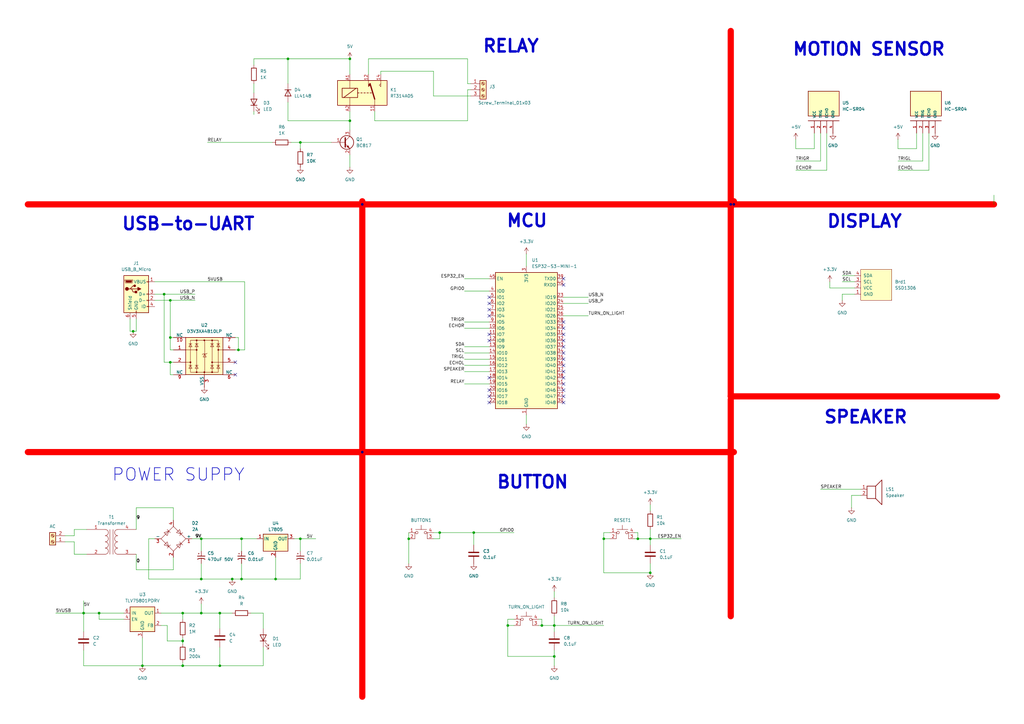
<source format=kicad_sch>
(kicad_sch (version 20231120) (generator "eeschema") (generator_version "8.0")
  (paper "A3")
  (title_block (title "SmartLight via Motion Sensor") (date "12/10/2024") (company "HÀ PHÚC ĐẠT"))
  (lib_symbols
    (symbol "Connector:Screw_Terminal_01x02" (pin_names (offset 1.016) hide)
      (property "Reference" "J" (at 0 2.54 0))
      (property "Value" "Screw_Terminal_01x02" (at 0 -5.08 0))
      (symbol "Screw_Terminal_01x02_1_1"
        (pin passive line (at -5.08 0 0) (length 3.81) (name "Pin_1") (number "1"))
        (pin passive line (at -5.08 -2.54 0) (length 3.81) (name "Pin_2") (number "2"))
      )
    )
    (symbol "Connector:Screw_Terminal_01x03" (pin_names (offset 1.016) hide)
      (property "Reference" "J" (at 0 5.08 0))
      (property "Value" "Screw_Terminal_01x03" (at 0 -5.08 0))
      (symbol "Screw_Terminal_01x03_1_1"
        (pin passive line (at -5.08 2.54 0) (length 3.81) (name "Pin_1") (number "1"))
        (pin passive line (at -5.08 0 0) (length 3.81) (name "Pin_2") (number "2"))
        (pin passive line (at -5.08 -2.54 0) (length 3.81) (name "Pin_3") (number "3"))
      )
    )
    (symbol "Connector:USB_B_Micro" (pin_names (offset 1.016))
      (property "Reference" "J" (at -5.08 11.43 0))
      (property "Value" "USB_B_Micro" (at -5.08 8.89 0))
      (symbol "USB_B_Micro_1_1"
        (pin power_out line (at 7.62 5.08 180) (length 2.54) (name "VBUS") (number "1"))
        (pin bidirectional line (at 7.62 -2.54 180) (length 2.54) (name "D-") (number "2"))
        (pin bidirectional line (at 7.62 0 180) (length 2.54) (name "D+") (number "3"))
        (pin passive line (at 7.62 -5.08 180) (length 2.54) (name "ID") (number "4"))
        (pin power_out line (at 0 -10.16 90) (length 2.54) (name "GND") (number "5"))
        (pin passive line (at -2.54 -10.16 90) (length 2.54) (name "Shield") (number "6"))
      )
    )
    (symbol "Device:C" (pin_numbers hide) (pin_names (offset 0.254))
      (property "Reference" "C" (at 0.635 2.54 0))
      (property "Value" "C" (at 0.635 -2.54 0))
      (symbol "C_1_1"
        (pin passive line (at 0 3.81 270) (length 2.794) (name "~") (number "1"))
        (pin passive line (at 0 -3.81 90) (length 2.794) (name "~") (number "2"))
      )
    )
    (symbol "Device:C_Polarized_Small_US" (pin_numbers hide) (pin_names (offset 0.254) hide)
      (property "Reference" "C" (at 0.254 1.778 0))
      (property "Value" "C_Polarized_Small_US" (at 0.254 -2.032 0))
      (symbol "C_Polarized_Small_US_1_1"
        (pin passive line (at 0 2.54 270) (length 2.032) (name "~") (number "1"))
        (pin passive line (at 0 -2.54 90) (length 2.032) (name "~") (number "2"))
      )
    )
    (symbol "Device:LED" (pin_numbers hide) (pin_names (offset 1.016) hide)
      (property "Reference" "D" (at 0 2.54 0))
      (property "Value" "LED" (at 0 -2.54 0))
      (symbol "LED_1_1"
        (pin passive line (at -3.81 0 0) (length 2.54) (name "K") (number "1"))
        (pin passive line (at 3.81 0 180) (length 2.54) (name "A") (number "2"))
      )
    )
    (symbol "Device:R" (pin_numbers hide) (pin_names (offset 0))
      (property "Reference" "R" (at 2.032 0 90))
      (property "Value" "R" (at 0 0 90))
      (symbol "R_1_1"
        (pin passive line (at 0 3.81 270) (length 1.27) (name "~") (number "1"))
        (pin passive line (at 0 -3.81 90) (length 1.27) (name "~") (number "2"))
      )
    )
    (symbol "Device:Speaker" (pin_names (offset 0) hide)
      (property "Reference" "LS" (at 1.27 5.715 0))
      (property "Value" "Speaker" (at 1.27 3.81 0))
      (symbol "Speaker_1_1"
        (pin input line (at -5.08 0 0) (length 2.54) (name "1") (number "1"))
        (pin input line (at -5.08 -2.54 0) (length 2.54) (name "2") (number "2"))
      )
    )
    (symbol "Device:Transformer_1P_1S" (pin_names (offset 1.016) hide)
      (property "Reference" "T" (at 0 6.35 0))
      (property "Value" "Transformer_1P_1S" (at 0 -7.62 0))
      (symbol "Transformer_1P_1S_1_1"
        (pin passive line (at -10.16 5.08 0) (length 7.62) (name "AA") (number "1"))
        (pin passive line (at -10.16 -5.08 0) (length 7.62) (name "AB") (number "2"))
        (pin passive line (at 10.16 -5.08 180) (length 7.62) (name "SA") (number "3"))
        (pin passive line (at 10.16 5.08 180) (length 7.62) (name "SB") (number "4"))
      )
    )
    (symbol "Diode:LL4148" (pin_numbers hide) (pin_names hide)
      (property "Reference" "D" (at 0 2.54 0))
      (property "Value" "LL4148" (at 0 -2.54 0))
      (symbol "LL4148_1_1"
        (pin passive line (at -3.81 0 0) (length 2.54) (name "K") (number "1"))
        (pin passive line (at 3.81 0 180) (length 2.54) (name "A") (number "2"))
      )
    )
    (symbol "Diode_Bridge:W01G" (pin_names (offset 0))
      (property "Reference" "D" (at 2.54 6.985 0))
      (property "Value" "W01G" (at 2.54 5.08 0))
      (symbol "W01G_1_1"
        (pin passive line (at 7.62 0 180) (length 2.54) (name "+") (number "1"))
        (pin passive line (at 0 -7.62 90) (length 2.54) (name "~") (number "2"))
        (pin passive line (at -7.62 0 0) (length 2.54) (name "-") (number "3"))
        (pin passive line (at 0 7.62 270) (length 2.54) (name "~") (number "4"))
      )
    )
    (symbol "HC-SR04:HC-SR04" (pin_names (offset 1.016))
      (property "Reference" "U" (at 0 5.08 0))
      (property "Value" "HC-SR04" (at 0 -10.16 0))
      (symbol "HC-SR04_0_0"
        (pin power_in line (at -5.08 2.54 0) (length 5.08) (name "VCC") (number "1"))
        (pin bidirectional line (at -5.08 0 0) (length 5.08) (name "TRIG") (number "2"))
        (pin bidirectional line (at -5.08 -2.54 0) (length 5.08) (name "ECHO") (number "3"))
        (pin power_in line (at -5.08 -5.08 0) (length 5.08) (name "GND") (number "4"))
      )
    )
    (symbol "Power_Protection:D3V3XA4B10LP" (pin_names (offset 0))
      (property "Reference" "U" (at -0.635 8.89 0))
      (property "Value" "D3V3XA4B10LP" (at 8.89 -10.16 0))
      (symbol "D3V3XA4B10LP_1_1"
        (pin passive line (at -12.7 2.54 0) (length 5.08) (name "~") (number "1"))
        (pin free line (at -12.7 7.62 0) (length 5.08) (name "NC") (number "10"))
        (pin passive line (at -12.7 -2.54 0) (length 5.08) (name "~") (number "2"))
        (pin power_in line (at 0 -12.7 90) (length 5.08) (name "VSS") (number "3"))
        (pin passive line (at 12.7 2.54 180) (length 5.08) (name "~") (number "4"))
        (pin passive line (at 12.7 -2.54 180) (length 5.08) (name "~") (number "5"))
        (pin free line (at 12.7 -7.62 180) (length 5.08) (name "NC") (number "6"))
        (pin free line (at 12.7 7.62 180) (length 5.08) (name "NC") (number "7"))
        (pin passive line (at 0 -12.7 90) (length 5.08) hide (name "VSS") (number "8"))
        (pin free line (at -12.7 -7.62 0) (length 5.08) (name "NC") (number "9"))
      )
    )
    (symbol "RF_Module:ESP32-S3-MINI-1"
      (property "Reference" "U" (at -11.43 29.21 0))
      (property "Value" "ESP32-S3-MINI-1" (at 12.7 29.21 0))
      (symbol "ESP32-S3-MINI-1_1_1"
        (pin power_in line (at 0 -30.48 90) (length 2.54) (name "GND") (number "1"))
        (pin bidirectional line (at -15.24 5.08 0) (length 2.54) (name "IO6") (number "10"))
        (pin bidirectional line (at -15.24 2.54 0) (length 2.54) (name "IO7") (number "11"))
        (pin bidirectional line (at -15.24 0 0) (length 2.54) (name "IO8") (number "12"))
        (pin bidirectional line (at -15.24 -2.54 0) (length 2.54) (name "IO9") (number "13"))
        (pin bidirectional line (at -15.24 -5.08 0) (length 2.54) (name "IO10") (number "14"))
        (pin bidirectional line (at -15.24 -7.62 0) (length 2.54) (name "IO11") (number "15"))
        (pin bidirectional line (at -15.24 -10.16 0) (length 2.54) (name "IO12") (number "16"))
        (pin bidirectional line (at -15.24 -12.7 0) (length 2.54) (name "IO13") (number "17"))
        (pin bidirectional line (at -15.24 -15.24 0) (length 2.54) (name "IO14") (number "18"))
        (pin bidirectional line (at -15.24 -17.78 0) (length 2.54) (name "IO15") (number "19"))
        (pin passive line (at 0 -30.48 90) (length 2.54) hide (name "GND") (number "2"))
        (pin bidirectional line (at -15.24 -20.32 0) (length 2.54) (name "IO16") (number "20"))
        (pin bidirectional line (at -15.24 -22.86 0) (length 2.54) (name "IO17") (number "21"))
        (pin bidirectional line (at -15.24 -25.4 0) (length 2.54) (name "IO18") (number "22"))
        (pin bidirectional line (at 15.24 17.78 180) (length 2.54) (name "IO19") (number "23"))
        (pin bidirectional line (at 15.24 15.24 180) (length 2.54) (name "IO20") (number "24"))
        (pin bidirectional line (at 15.24 12.7 180) (length 2.54) (name "IO21") (number "25"))
        (pin bidirectional line (at 15.24 10.16 180) (length 2.54) (name "IO26") (number "26"))
        (pin bidirectional line (at 15.24 -22.86 180) (length 2.54) (name "IO47") (number "27"))
        (pin bidirectional line (at 15.24 7.62 180) (length 2.54) (name "IO33") (number "28"))
        (pin bidirectional line (at 15.24 5.08 180) (length 2.54) (name "IO34") (number "29"))
        (pin power_in line (at 0 30.48 270) (length 2.54) (name "3V3") (number "3"))
        (pin bidirectional line (at 15.24 -25.4 180) (length 2.54) (name "IO48") (number "30"))
        (pin bidirectional line (at 15.24 2.54 180) (length 2.54) (name "IO35") (number "31"))
        (pin bidirectional line (at 15.24 0 180) (length 2.54) (name "IO36") (number "32"))
        (pin bidirectional line (at 15.24 -2.54 180) (length 2.54) (name "IO37") (number "33"))
        (pin bidirectional line (at 15.24 -5.08 180) (length 2.54) (name "IO38") (number "34"))
        (pin bidirectional line (at 15.24 -7.62 180) (length 2.54) (name "IO39") (number "35"))
        (pin bidirectional line (at 15.24 -10.16 180) (length 2.54) (name "IO40") (number "36"))
        (pin bidirectional line (at 15.24 -12.7 180) (length 2.54) (name "IO41") (number "37"))
        (pin bidirectional line (at 15.24 -15.24 180) (length 2.54) (name "IO42") (number "38"))
        (pin bidirectional line (at 15.24 25.4 180) (length 2.54) (name "TXD0") (number "39"))
        (pin bidirectional line (at -15.24 20.32 0) (length 2.54) (name "IO0") (number "4"))
        (pin bidirectional line (at 15.24 22.86 180) (length 2.54) (name "RXD0") (number "40"))
        (pin bidirectional line (at 15.24 -17.78 180) (length 2.54) (name "IO45") (number "41"))
        (pin passive line (at 0 -30.48 90) (length 2.54) hide (name "GND") (number "42"))
        (pin passive line (at 0 -30.48 90) (length 2.54) hide (name "GND") (number "43"))
        (pin bidirectional line (at 15.24 -20.32 180) (length 2.54) (name "IO46") (number "44"))
        (pin input line (at -15.24 25.4 0) (length 2.54) (name "EN") (number "45"))
        (pin passive line (at 0 -30.48 90) (length 2.54) hide (name "GND") (number "46"))
        (pin passive line (at 0 -30.48 90) (length 2.54) hide (name "GND") (number "47"))
        (pin passive line (at 0 -30.48 90) (length 2.54) hide (name "GND") (number "48"))
        (pin passive line (at 0 -30.48 90) (length 2.54) hide (name "GND") (number "49"))
        (pin bidirectional line (at -15.24 17.78 0) (length 2.54) (name "IO1") (number "5"))
        (pin passive line (at 0 -30.48 90) (length 2.54) hide (name "GND") (number "50"))
        (pin passive line (at 0 -30.48 90) (length 2.54) hide (name "GND") (number "51"))
        (pin passive line (at 0 -30.48 90) (length 2.54) hide (name "GND") (number "52"))
        (pin passive line (at 0 -30.48 90) (length 2.54) hide (name "GND") (number "53"))
        (pin passive line (at 0 -30.48 90) (length 2.54) hide (name "GND") (number "54"))
        (pin passive line (at 0 -30.48 90) (length 2.54) hide (name "GND") (number "55"))
        (pin passive line (at 0 -30.48 90) (length 2.54) hide (name "GND") (number "56"))
        (pin passive line (at 0 -30.48 90) (length 2.54) hide (name "GND") (number "57"))
        (pin passive line (at 0 -30.48 90) (length 2.54) hide (name "GND") (number "58"))
        (pin passive line (at 0 -30.48 90) (length 2.54) hide (name "GND") (number "59"))
        (pin bidirectional line (at -15.24 15.24 0) (length 2.54) (name "IO2") (number "6"))
        (pin passive line (at 0 -30.48 90) (length 2.54) hide (name "GND") (number "60"))
        (pin passive line (at 0 -30.48 90) (length 2.54) hide (name "GND") (number "61"))
        (pin passive line (at 0 -30.48 90) (length 2.54) hide (name "GND") (number "62"))
        (pin passive line (at 0 -30.48 90) (length 2.54) hide (name "GND") (number "63"))
        (pin passive line (at 0 -30.48 90) (length 2.54) hide (name "GND") (number "64"))
        (pin passive line (at 0 -30.48 90) (length 2.54) hide (name "GND") (number "65"))
        (pin bidirectional line (at -15.24 12.7 0) (length 2.54) (name "IO3") (number "7"))
        (pin bidirectional line (at -15.24 10.16 0) (length 2.54) (name "IO4") (number "8"))
        (pin bidirectional line (at -15.24 7.62 0) (length 2.54) (name "IO5") (number "9"))
      )
    )
    (symbol "Regulator_Linear:L7805" (pin_names (offset 0.254))
      (property "Reference" "U" (at -3.81 3.175 0))
      (property "Value" "L7805" (at 0 3.175 0))
      (symbol "L7805_1_1"
        (pin power_in line (at -7.62 0 0) (length 2.54) (name "IN") (number "1"))
        (pin power_in line (at 0 -7.62 90) (length 2.54) (name "GND") (number "2"))
        (pin power_out line (at 7.62 0 180) (length 2.54) (name "OUT") (number "3"))
      )
    )
    (symbol "Regulator_Linear:TLV75801PDRV"
      (property "Reference" "U" (at -3.81 6.35 0))
      (property "Value" "TLV75801PDRV" (at 0 6.35 0))
      (symbol "TLV75801PDRV_1_1"
        (pin power_out line (at 7.62 2.54 180) (length 2.54) (name "OUT") (number "1"))
        (pin input line (at 7.62 -2.54 180) (length 2.54) (name "FB") (number "2"))
        (pin power_in line (at 0 -7.62 90) (length 2.54) (name "GND") (number "3"))
        (pin input line (at -7.62 0 0) (length 2.54) (name "EN") (number "4"))
        (pin no_connect line (at 5.08 0 180) (length 2.54) hide (name "DNC") (number "5"))
        (pin power_in line (at -7.62 2.54 0) (length 2.54) (name "IN") (number "6"))
        (pin passive line (at 0 -7.62 90) (length 2.54) hide (name "GND") (number "7"))
      )
    )
    (symbol "Relay:RT314A05"
      (property "Reference" "K" (at 11.43 3.81 0))
      (property "Value" "RT314A05" (at 11.43 1.27 0))
      (symbol "RT314A05_1_1"
        (pin passive line (at 5.08 -7.62 90) (length 2.54) (name "~") (number "11"))
        (pin passive line (at 2.54 7.62 270) (length 2.54) (name "~") (number "12"))
        (pin passive line (at 7.62 7.62 270) (length 2.54) (name "~") (number "14"))
        (pin passive line (at -5.08 7.62 270) (length 2.54) (name "~") (number "A1"))
        (pin passive line (at -5.08 -7.62 90) (length 2.54) (name "~") (number "A2"))
      )
    )
    (symbol "SSD1306-128x64_OLED:SSD1306" (pin_names (offset 1.016))
      (property "Reference" "Brd" (at 0 -3.81 0))
      (property "Value" "SSD1306" (at 0 -1.27 0))
      (symbol "SSD1306_1_1"
        (pin input line (at -3.81 8.89 270) (length 2.54) (name "GND") (number "1"))
        (pin input line (at -1.27 8.89 270) (length 2.54) (name "VCC") (number "2"))
        (pin input line (at 1.27 8.89 270) (length 2.54) (name "SCL") (number "3"))
        (pin input line (at 3.81 8.89 270) (length 2.54) (name "SDA") (number "4"))
      )
    )
    (symbol "Switch:SW_MEC_5E" (pin_names (offset 1.016) hide)
      (property "Reference" "SW" (at 0.635 5.715 0))
      (property "Value" "SW_MEC_5E" (at 0 -3.175 0))
      (symbol "SW_MEC_5E_0_1"
        (pin passive line (at -5.08 2.54 0) (length 2.54) (name "1") (number "1"))
        (pin passive line (at -5.08 0 0) (length 2.54) (name "2") (number "2"))
        (pin passive line (at 5.08 0 180) (length 2.54) (name "K") (number "3"))
        (pin passive line (at 5.08 2.54 180) (length 2.54) (name "A") (number "4"))
      )
    )
    (symbol "Transistor_BJT:BC817" (pin_names (offset 0) hide)
      (property "Reference" "Q" (at 5.08 1.905 0))
      (property "Value" "BC817" (at 5.08 0 0))
      (symbol "BC817_1_1"
        (pin input line (at -5.08 0 0) (length 5.715) (name "B") (number "1"))
        (pin passive line (at 2.54 -5.08 90) (length 2.54) (name "E") (number "2"))
        (pin passive line (at 2.54 5.08 270) (length 2.54) (name "C") (number "3"))
      )
    )
    (symbol "power:+3.3V" (power) (pin_numbers hide) (pin_names (offset 0) hide)
      (property "Value" "+3.3V" (at 0 3.556 0))
      (symbol "+3.3V_1_1"
        (pin power_in line (at 0 0 90) (length 0) (name "~") (number "1"))
      )
    )
    (symbol "power:GND" (power) (pin_numbers hide) (pin_names (offset 0) hide)
      (property "Value" "GND" (at 0 -3.81 0))
      (symbol "GND_1_1"
        (pin power_in line (at 0 0 270) (length 0) (name "~") (number "1"))
      )
    )
    (symbol "power:VCC" (power) (pin_numbers hide) (pin_names (offset 0) hide)
      (property "Value" "VCC" (at 0 3.556 0))
      (symbol "VCC_1_1"
        (pin power_in line (at 0 0 90) (length 0) (name "~") (number "1"))
      )
    )
  )
  (junction (at 82.55 237.49))
  (junction (at 208.28 256.54))
  (junction (at 95.25 237.49))
  (junction (at 222.25 256.54))
  (junction (at 167.64 220.98))
  (junction (at 67.31 120.65))
  (junction (at 82.55 220.98))
  (junction (at 143.51 24.13))
  (junction (at 118.11 24.13))
  (junction (at 261.62 220.98))
  (junction (at 69.85 123.19))
  (junction (at 69.85 138.43))
  (junction (at 266.7 234.95))
  (junction (at 40.64 251.46))
  (junction (at 194.31 218.44))
  (junction (at 82.55 251.46))
  (junction (at 143.51 49.53))
  (junction (at 299.72 83.82))
  (junction (at 90.17 273.05))
  (junction (at 74.93 262.89))
  (junction (at 247.65 220.98))
  (junction (at 34.29 251.46))
  (junction (at 227.33 256.54))
  (junction (at 180.34 218.44))
  (junction (at 123.19 58.42))
  (junction (at 99.06 220.98))
  (junction (at 266.7 220.98))
  (junction (at 148.59 185.42))
  (junction (at 69.85 148.59))
  (junction (at 97.79 143.51))
  (junction (at 90.17 251.46))
  (junction (at 74.93 273.05))
  (junction (at 74.93 251.46))
  (junction (at 99.06 237.49))
  (junction (at 227.33 269.24))
  (junction (at 300.99 83.82))
  (junction (at 148.59 83.82))
  (junction (at 113.03 237.49))
  (junction (at 58.42 273.05))
  (junction (at 54.61 135.89))
  (junction (at 123.19 220.98))
  (no_connect (at 200.66 129.54))
  (no_connect (at 231.14 162.56))
  (no_connect (at 231.14 147.32))
  (no_connect (at 231.14 144.78))
  (no_connect (at 231.14 149.86))
  (no_connect (at 231.14 152.4))
  (no_connect (at 200.66 162.56))
  (no_connect (at 200.66 121.92))
  (no_connect (at 231.14 154.94))
  (no_connect (at 200.66 127))
  (no_connect (at 200.66 137.16))
  (no_connect (at 96.52 148.59))
  (no_connect (at 200.66 124.46))
  (no_connect (at 231.14 160.02))
  (no_connect (at 231.14 165.1))
  (no_connect (at 231.14 132.08))
  (no_connect (at 231.14 114.3))
  (no_connect (at 200.66 160.02))
  (no_connect (at 200.66 139.7))
  (no_connect (at 96.52 153.67))
  (no_connect (at 200.66 154.94))
  (no_connect (at 231.14 116.84))
  (no_connect (at 231.14 137.16))
  (no_connect (at 231.14 139.7))
  (no_connect (at 200.66 165.1))
  (no_connect (at 231.14 142.24))
  (no_connect (at 231.14 134.62))
  (no_connect (at 231.14 157.48))
  (wire (pts (xy 90.17 273.05) (xy 107.95 273.05)))
  (wire (pts (xy 74.93 262.89) (xy 74.93 264.16)))
  (wire (pts (xy 123.19 58.42) (xy 123.19 60.96)))
  (wire (pts (xy 82.55 220.98) (xy 82.55 226.06)))
  (wire (pts (xy 227.33 266.7) (xy 227.33 269.24)))
  (wire (pts (xy 97.79 143.51) (xy 96.52 143.51)))
  (wire (pts (xy 104.14 24.13) (xy 118.11 24.13)))
  (wire (pts (xy 177.8 218.44) (xy 180.34 218.44)))
  (wire (pts (xy 375.92 54.61) (xy 375.92 60.96)))
  (wire (pts (xy 107.95 273.05) (xy 107.95 265.43)))
  (wire (pts (xy 190.5 157.48) (xy 200.66 157.48)))
  (wire (pts (xy 215.9 173.99) (xy 215.9 170.18)))
  (wire (pts (xy 30.48 217.17) (xy 35.56 217.17)))
  (wire (pts (xy 60.96 237.49) (xy 82.55 237.49)))
  (wire (pts (xy 30.48 219.71) (xy 30.48 217.17)))
  (wire (pts (xy 190.5 134.62) (xy 200.66 134.62)))
  (wire (pts (xy 191.77 36.83) (xy 193.04 36.83)))
  (wire (pts (xy 118.11 41.91) (xy 118.11 49.53)))
  (wire (pts (xy 100.33 143.51) (xy 97.79 143.51)))
  (wire (pts (xy 349.25 203.2) (xy 349.25 208.28)))
  (wire (pts (xy 104.14 45.72) (xy 104.14 46.99)))
  (wire (pts (xy 326.39 66.04) (xy 336.55 66.04)))
  (wire (pts (xy 78.74 220.98) (xy 82.55 220.98)))
  (wire (pts (xy 220.98 256.54) (xy 222.25 256.54)))
  (wire (pts (xy 123.19 237.49) (xy 123.19 231.14)))
  (wire (pts (xy 100.33 115.57) (xy 100.33 143.51)))
  (bus (pts (xy 299.72 12.7) (xy 299.72 83.82)) (stroke (width 2.54) (color 253 0 0 1)))
  (wire (pts (xy 54.61 135.89) (xy 55.88 135.89)))
  (wire (pts (xy 345.44 115.57) (xy 350.52 115.57)))
  (wire (pts (xy 82.55 251.46) (xy 90.17 251.46)))
  (wire (pts (xy 190.5 149.86) (xy 200.66 149.86)))
  (wire (pts (xy 378.46 54.61) (xy 378.46 66.04)))
  (wire (pts (xy 99.06 220.98) (xy 99.06 226.06)))
  (wire (pts (xy 326.39 57.15) (xy 326.39 60.96)))
  (wire (pts (xy 148.59 83.82) (xy 148.59 185.42)) (stroke (width 2.54) (color 253 0 0 1)))
  (wire (pts (xy 99.06 220.98) (xy 105.41 220.98)))
  (wire (pts (xy 143.51 45.72) (xy 143.51 49.53)))
  (wire (pts (xy 40.64 251.46) (xy 50.8 251.46)))
  (wire (pts (xy 60.96 220.98) (xy 60.96 237.49)))
  (wire (pts (xy 118.11 49.53) (xy 143.51 49.53)))
  (wire (pts (xy 34.29 251.46) (xy 40.64 251.46)))
  (wire (pts (xy 227.33 252.73) (xy 227.33 256.54)))
  (wire (pts (xy 55.88 233.68) (xy 71.12 233.68)))
  (wire (pts (xy 97.79 138.43) (xy 97.79 143.51)))
  (wire (pts (xy 334.01 60.96) (xy 326.39 60.96)))
  (wire (pts (xy 119.38 58.42) (xy 123.19 58.42)))
  (wire (pts (xy 208.28 269.24) (xy 208.28 256.54)))
  (wire (pts (xy 368.3 66.04) (xy 378.46 66.04)))
  (wire (pts (xy 227.33 256.54) (xy 247.65 256.54)))
  (wire (pts (xy 34.29 266.7) (xy 34.29 273.05)))
  (wire (pts (xy 66.04 251.46) (xy 74.93 251.46)))
  (wire (pts (xy 147.32 185.42) (xy 148.59 185.42)) (stroke (width 2.54) (color 253 0 0 1)))
  (wire (pts (xy 63.5 120.65) (xy 67.31 120.65)))
  (wire (pts (xy 231.14 124.46) (xy 241.3 124.46)))
  (wire (pts (xy 143.51 24.13) (xy 118.11 24.13)))
  (wire (pts (xy 250.19 218.44) (xy 247.65 218.44)))
  (wire (pts (xy 336.55 54.61) (xy 336.55 66.04)))
  (wire (pts (xy 231.14 129.54) (xy 241.3 129.54)))
  (wire (pts (xy 210.82 254) (xy 208.28 254)))
  (wire (pts (xy 82.55 231.14) (xy 82.55 237.49)))
  (wire (pts (xy 66.04 256.54) (xy 68.58 256.54)))
  (wire (pts (xy 190.5 132.08) (xy 200.66 132.08)))
  (wire (pts (xy 74.93 271.78) (xy 74.93 273.05)))
  (wire (pts (xy 350.52 120.65) (xy 345.44 120.65)))
  (wire (pts (xy 74.93 261.62) (xy 74.93 262.89)))
  (wire (pts (xy 90.17 251.46) (xy 90.17 257.81)))
  (wire (pts (xy 266.7 217.17) (xy 266.7 220.98)))
  (wire (pts (xy 67.31 120.65) (xy 80.01 120.65)))
  (wire (pts (xy 148.59 83.82) (xy 299.72 83.82)) (stroke (width 2.54) (color 253 0 0 1)))
  (wire (pts (xy 177.8 39.37) (xy 193.04 39.37)))
  (wire (pts (xy 231.14 121.92) (xy 241.3 121.92)))
  (wire (pts (xy 22.86 251.46) (xy 34.29 251.46)))
  (wire (pts (xy 299.72 83.82) (xy 299.72 162.56)) (stroke (width 2.54) (color 253 0 0 1)))
  (wire (pts (xy 340.36 118.11) (xy 340.36 115.57)))
  (wire (pts (xy 191.77 34.29) (xy 193.04 34.29)))
  (wire (pts (xy 69.85 148.59) (xy 69.85 153.67)))
  (wire (pts (xy 177.8 29.21) (xy 177.8 39.37)))
  (wire (pts (xy 143.51 49.53) (xy 143.51 53.34)))
  (wire (pts (xy 350.52 118.11) (xy 340.36 118.11)))
  (wire (pts (xy 345.44 120.65) (xy 345.44 123.19)))
  (wire (pts (xy 300.99 83.82) (xy 407.67 83.82)) (stroke (width 2.54) (color 253 0 0 1)))
  (wire (pts (xy 180.34 218.44) (xy 194.31 218.44)))
  (wire (pts (xy 266.7 220.98) (xy 279.4 220.98)))
  (wire (pts (xy 148.59 82.55) (xy 148.59 83.82)) (stroke (width 2.54) (color 253 0 0 1)))
  (wire (pts (xy 261.62 218.44) (xy 261.62 220.98)))
  (wire (pts (xy 107.95 251.46) (xy 107.95 257.81)))
  (wire (pts (xy 55.88 135.89) (xy 55.88 130.81)))
  (wire (pts (xy 194.31 218.44) (xy 194.31 223.52)))
  (wire (pts (xy 53.34 130.81) (xy 53.34 135.89)))
  (wire (pts (xy 102.87 251.46) (xy 107.95 251.46)))
  (wire (pts (xy 69.85 153.67) (xy 71.12 153.67)))
  (wire (pts (xy 375.92 60.96) (xy 368.3 60.96)))
  (wire (pts (xy 85.09 58.42) (xy 111.76 58.42)))
  (wire (pts (xy 180.34 220.98) (xy 180.34 218.44)))
  (wire (pts (xy 300.99 83.82) (xy 300.99 82.55)) (stroke (width 2.54) (color 253 0 0 1)))
  (wire (pts (xy 34.29 273.05) (xy 58.42 273.05)))
  (wire (pts (xy 53.34 135.89) (xy 54.61 135.89)))
  (wire (pts (xy 104.14 34.29) (xy 104.14 38.1)))
  (bus (pts (xy 11.43 185.42) (xy 148.59 185.42)) (stroke (width 2.54) (color 253 0 0 1)))
  (wire (pts (xy 69.85 138.43) (xy 71.12 138.43)))
  (wire (pts (xy 208.28 256.54) (xy 210.82 256.54)))
  (wire (pts (xy 156.21 29.21) (xy 156.21 30.48)))
  (wire (pts (xy 95.25 237.49) (xy 99.06 237.49)))
  (wire (pts (xy 68.58 262.89) (xy 74.93 262.89)))
  (wire (pts (xy 299.72 162.56) (xy 408.94 162.56)) (stroke (width 2.54) (color 253 0 0 1)))
  (wire (pts (xy 123.19 58.42) (xy 135.89 58.42)))
  (wire (pts (xy 55.88 208.28) (xy 71.12 208.28)))
  (wire (pts (xy 71.12 148.59) (xy 69.85 148.59)))
  (wire (pts (xy 143.51 30.48) (xy 143.51 24.13)))
  (wire (pts (xy 326.39 69.85) (xy 339.09 69.85)))
  (wire (pts (xy 113.03 228.6) (xy 113.03 237.49)))
  (wire (pts (xy 190.5 114.3) (xy 200.66 114.3)))
  (wire (pts (xy 190.5 147.32) (xy 200.66 147.32)))
  (wire (pts (xy 334.01 54.61) (xy 334.01 60.96)))
  (wire (pts (xy 82.55 247.65) (xy 82.55 251.46)))
  (wire (pts (xy 34.29 246.38) (xy 34.29 251.46)))
  (wire (pts (xy 30.48 222.25) (xy 26.67 222.25)))
  (wire (pts (xy 74.93 273.05) (xy 58.42 273.05)))
  (wire (pts (xy 90.17 265.43) (xy 90.17 273.05)))
  (wire (pts (xy 191.77 49.53) (xy 191.77 36.83)))
  (wire (pts (xy 194.31 218.44) (xy 210.82 218.44)))
  (wire (pts (xy 153.67 49.53) (xy 191.77 49.53)))
  (wire (pts (xy 266.7 231.14) (xy 266.7 234.95)))
  (wire (pts (xy 299.72 83.82) (xy 300.99 83.82)) (stroke (width 2.54) (color 253 0 0 1)))
  (wire (pts (xy 336.55 200.66) (xy 353.06 200.66)))
  (wire (pts (xy 58.42 273.05) (xy 58.42 261.62)))
  (bus (pts (xy 299.72 83.82) (xy 299.72 85.09)) (stroke (width 2.54) (color 253 0 0 1)))
  (wire (pts (xy 74.93 251.46) (xy 82.55 251.46)))
  (wire (pts (xy 227.33 269.24) (xy 227.33 273.05)))
  (wire (pts (xy 63.5 115.57) (xy 100.33 115.57)))
  (wire (pts (xy 208.28 254) (xy 208.28 256.54)))
  (wire (pts (xy 82.55 237.49) (xy 95.25 237.49)))
  (wire (pts (xy 190.5 152.4) (xy 200.66 152.4)))
  (wire (pts (xy 69.85 123.19) (xy 80.01 123.19)))
  (wire (pts (xy 34.29 251.46) (xy 34.29 259.08)))
  (wire (pts (xy 167.64 218.44) (xy 167.64 220.98)))
  (wire (pts (xy 71.12 233.68) (xy 71.12 228.6)))
  (wire (pts (xy 266.7 207.01) (xy 266.7 209.55)))
  (wire (pts (xy 247.65 218.44) (xy 247.65 220.98)))
  (bus (pts (xy 148.59 185.42) (xy 148.59 285.75)) (stroke (width 2.54) (color 253 0 0 1)))
  (wire (pts (xy 71.12 208.28) (xy 71.12 213.36)))
  (wire (pts (xy 90.17 251.46) (xy 95.25 251.46)))
  (wire (pts (xy 63.5 220.98) (xy 60.96 220.98)))
  (wire (pts (xy 260.35 218.44) (xy 261.62 218.44)))
  (wire (pts (xy 261.62 220.98) (xy 266.7 220.98)))
  (wire (pts (xy 247.65 220.98) (xy 250.19 220.98)))
  (wire (pts (xy 67.31 148.59) (xy 69.85 148.59)))
  (wire (pts (xy 260.35 220.98) (xy 261.62 220.98)))
  (wire (pts (xy 220.98 254) (xy 222.25 254)))
  (wire (pts (xy 40.64 254) (xy 40.64 251.46)))
  (wire (pts (xy 123.19 220.98) (xy 123.19 226.06)))
  (wire (pts (xy 381 54.61) (xy 381 69.85)))
  (wire (pts (xy 74.93 251.46) (xy 74.93 254)))
  (wire (pts (xy 143.51 63.5) (xy 143.51 68.58)))
  (wire (pts (xy 167.64 220.98) (xy 167.64 231.14)))
  (wire (pts (xy 148.59 185.42) (xy 300.99 185.42)) (stroke (width 2.54) (color 253 0 0 1)))
  (wire (pts (xy 120.65 220.98) (xy 123.19 220.98)))
  (wire (pts (xy 177.8 220.98) (xy 180.34 220.98)))
  (wire (pts (xy 299.72 163.83) (xy 299.72 252.73)) (stroke (width 2.54) (color 253 0 0 1)))
  (wire (pts (xy 55.88 217.17) (xy 55.88 208.28)))
  (wire (pts (xy 69.85 143.51) (xy 69.85 138.43)))
  (wire (pts (xy 227.33 256.54) (xy 227.33 259.08)))
  (wire (pts (xy 222.25 254) (xy 222.25 256.54)))
  (wire (pts (xy 190.5 144.78) (xy 200.66 144.78)))
  (wire (pts (xy 55.88 227.33) (xy 55.88 233.68)))
  (wire (pts (xy 30.48 227.33) (xy 35.56 227.33)))
  (wire (pts (xy 151.13 30.48) (xy 151.13 24.13)))
  (wire (pts (xy 30.48 222.25) (xy 30.48 227.33)))
  (wire (pts (xy 96.52 138.43) (xy 97.79 138.43)))
  (wire (pts (xy 156.21 29.21) (xy 177.8 29.21)))
  (wire (pts (xy 50.8 254) (xy 40.64 254)))
  (wire (pts (xy 368.3 69.85) (xy 381 69.85)))
  (wire (pts (xy 104.14 24.13) (xy 104.14 26.67)))
  (wire (pts (xy 67.31 120.65) (xy 67.31 148.59)))
  (wire (pts (xy 63.5 123.19) (xy 69.85 123.19)))
  (wire (pts (xy 339.09 54.61) (xy 339.09 69.85)))
  (wire (pts (xy 407.67 80.01) (xy 407.67 83.82)))
  (wire (pts (xy 113.03 237.49) (xy 123.19 237.49)))
  (wire (pts (xy 99.06 237.49) (xy 99.06 231.14)))
  (wire (pts (xy 191.77 24.13) (xy 191.77 34.29)))
  (wire (pts (xy 90.17 273.05) (xy 74.93 273.05)))
  (bus (pts (xy 11.43 83.82) (xy 148.59 83.82)) (stroke (width 2.54) (color 253 0 0 1)))
  (wire (pts (xy 345.44 113.03) (xy 350.52 113.03)))
  (wire (pts (xy 222.25 256.54) (xy 227.33 256.54)))
  (wire (pts (xy 190.5 142.24) (xy 200.66 142.24)))
  (wire (pts (xy 247.65 234.95) (xy 247.65 220.98)))
  (wire (pts (xy 353.06 203.2) (xy 349.25 203.2)))
  (wire (pts (xy 266.7 220.98) (xy 266.7 223.52)))
  (wire (pts (xy 153.67 45.72) (xy 153.67 49.53)))
  (wire (pts (xy 227.33 269.24) (xy 208.28 269.24)))
  (wire (pts (xy 190.5 119.38) (xy 200.66 119.38)))
  (wire (pts (xy 99.06 237.49) (xy 113.03 237.49)))
  (wire (pts (xy 266.7 234.95) (xy 247.65 234.95)))
  (wire (pts (xy 151.13 24.13) (xy 191.77 24.13)))
  (wire (pts (xy 71.12 143.51) (xy 69.85 143.51)))
  (wire (pts (xy 69.85 138.43) (xy 69.85 123.19)))
  (wire (pts (xy 82.55 220.98) (xy 99.06 220.98)))
  (wire (pts (xy 368.3 57.15) (xy 368.3 60.96)))
  (wire (pts (xy 68.58 256.54) (xy 68.58 262.89)))
  (wire (pts (xy 215.9 104.14) (xy 215.9 109.22)))
  (wire (pts (xy 123.19 220.98) (xy 129.54 220.98)))
  (wire (pts (xy 118.11 24.13) (xy 118.11 34.29)))
  (wire (pts (xy 227.33 242.57) (xy 227.33 245.11)))
  (wire (pts (xy 30.48 219.71) (xy 26.67 219.71)))
  (text "USB-to-UART" (at 77.216 91.948 0) (effects (font (size 5.08 5.08) (bold yes))))
  (text "BUTTON\n" (at 218.44 197.866 0) (effects (font (size 5.08 5.08) (thickness 1.016) (bold yes))))
  (text "POWER SUPPY" (at 73.152 194.818 0) (effects (font (size 5.08 5.08) (thickness 0.254) (bold yes))))
  (text "SPEAKER" (at 355.092 171.196 0) (effects (font (size 5.08 5.08) (bold yes))))
  (text "DISPLAY" (at 354.584 90.932 0) (effects (font (size 5.08 5.08) (bold yes))))
  (text "MCU" (at 216.154 90.678 0) (effects (font (size 5.08 5.08) (bold yes))))
  (text "MOTION SENSOR\n" (at 356.362 20.32 0) (effects (font (size 5.08 5.08) (bold yes))))
  (text "RELAY" (at 209.55 19.05 0) (effects (font (size 5.08 5.08) (bold yes))))
  (label "RELAY" (at 85.09 58.42 0))
  (label "ESP32_EN" (at 190.5 114.3 180))
  (label "SPEAKER" (at 190.5 152.4 180))
  (label "ECHOR" (at 326.39 69.85 0))
  (label "ESP32_EN" (at 279.4 220.98 180) (effects (font (thickness 0.1588))))
  (label "SPEAKER" (at 336.55 200.66 0))
  (label "5V" (at 125.73 220.98 0))
  (label "5VUSB" (at 85.09 115.57 0))
  (label "ECHOR" (at 190.5 134.62 180))
  (label "USB_P" (at 80.01 120.65 180))
  (label "TRIGR" (at 190.5 132.08 180))
  (label "ECHOL" (at 368.3 69.85 0))
  (label "9" (at 55.88 213.36 0) (effects (font (bold yes))))
  (label "TURN_ON_LIGHT" (at 241.3 129.54 0))
  (label "TRIGL" (at 368.3 66.04 0))
  (label "TRIGL" (at 190.5 147.32 180))
  (label "GPIO0" (at 190.5 119.38 180))
  (label "5V" (at 34.29 248.92 0))
  (label "5VUSB" (at 22.86 251.46 0))
  (label "SDA" (at 345.44 113.03 0))
  (label "TURN_ON_LIGHT" (at 247.65 256.54 180))
  (label "GPIO0" (at 210.82 218.44 180) (effects (font (thickness 0.1588))))
  (label "SDA" (at 190.5 142.24 180))
  (label "TRIGR" (at 326.39 66.04 0))
  (label "SCL" (at 190.5 144.78 180))
  (label "9V" (at 80.01 220.98 0) (effects (font (bold yes))))
  (label "USB_N" (at 80.01 123.19 180))
  (label "SCL" (at 345.44 115.57 0))
  (label "RELAY" (at 190.5 157.48 180))
  (label "USB_N" (at 241.3 121.92 0))
  (label "ECHOL" (at 190.5 149.86 180))
  (label "USB_P" (at 241.3 124.46 0))
  (label "0" (at 55.88 231.14 0) (effects (font (bold yes))))
  (symbol (lib_id "Device:C") (at 194.31 227.33 0) (unit 1)
    (property "Reference" "C3" (at 198.12 226.0599 0) (effects (justify left)))
    (property "Value" "0.1uF" (at 198.12 228.5999 0) (effects (justify left)))
    (property "Description" "Unpolarized capacitor" (effects (hide yes)))
  )
  (symbol (lib_id "power:+3.3V") (at 326.39 57.15 0) (unit 1)
    (property "Reference" "#PWR011" (effects (hide yes)))
    (property "Value" "+5V" (at 326.39 52.07 0))
    (property "Description" "Power symbol creates a global label with name \"+3.3V\"" (effects (hide yes)))
  )
  (symbol (lib_id "Device:R") (at 123.19 64.77 0) (unit 1)
    (property "Reference" "R7" (at 125.73 63.4999 0) (effects (justify left)))
    (property "Value" "10K" (at 125.73 66.0399 0) (effects (justify left)))
    (property "Description" "Resistor" (effects (hide yes)))
  )
  (symbol (lib_id "Device:R") (at 74.93 267.97 0) (unit 1)
    (property "Reference" "R3" (at 77.47 266.6999 0) (effects (justify left)))
    (property "Value" "200k" (at 77.47 269.2399 0) (effects (justify left)))
    (property "Description" "Resistor" (effects (hide yes)))
  )
  (symbol (lib_id "HC-SR04:HC-SR04") (at 378.46 49.53 90) (unit 1)
    (property "Reference" "U6" (at 387.35 42.202 90) (effects (justify right)))
    (property "Value" "HC-SR04" (at 387.35 44.742 90) (effects (justify right)))
    (property "Footprint" "XCVR_HC-SR04" (effects (hide yes)))
    (property "MF" "SparkFun Electronics" (effects (hide yes)))
    (property "Description_1" "\\n                        \\n                            HC-SR04 Ultrasonic Sensor Qwiic Platform Evaluation Expansion Board\\n                        \\n" (effects (hide yes)))
    (property "Package" "None" (effects (hide yes)))
    (property "Price" "None" (effects (hide yes)))
    (property "Check_prices" "https://www.snapeda.com/parts/HC-SR04/SparkFun+Electronics/view-part/?ref=eda" (effects (hide yes)))
    (property "SnapEDA_Link" "https://www.snapeda.com/parts/HC-SR04/SparkFun+Electronics/view-part/?ref=snap" (effects (hide yes)))
    (property "MP" "HC-SR04" (effects (hide yes)))
    (property "Availability" "Not in stock" (effects (hide yes)))
    (property "MANUFACTURER" "Osepp" (effects (hide yes)))
  )
  (symbol (lib_id "power:GND") (at 83.82 158.75 0) (unit 1)
    (property "Reference" "#PWR08" (effects (hide yes)))
    (property "Value" "GND" (at 83.82 163.83 0))
    (property "Description" "Power symbol creates a global label with name \"GND\" , ground" (effects (hide yes)))
  )
  (symbol (lib_id "power:GND") (at 58.42 273.05 0) (unit 1)
    (property "Reference" "#PWR09" (effects (hide yes)))
    (property "Value" "GND" (at 58.42 278.13 0))
    (property "Description" "Power symbol creates a global label with name \"GND\" , ground" (effects (hide yes)))
  )
  (symbol (lib_id "Device:R") (at 104.14 30.48 180) (unit 1)
    (property "Reference" "R5" (at 106.68 29.2099 0) (effects (justify right)))
    (property "Value" "1K" (at 106.68 31.7499 0) (effects (justify right)))
    (property "Description" "Resistor" (effects (hide yes)))
  )
  (symbol (lib_id "power:+3.3V") (at 215.9 104.14 0) (unit 1)
    (property "Reference" "#PWR01" (effects (hide yes)))
    (property "Value" "+3.3V" (at 215.9 99.06 0))
    (property "Description" "Power symbol creates a global label with name \"+3.3V\"" (effects (hide yes)))
  )
  (symbol (lib_id "SSD1306-128x64_OLED:SSD1306") (at 359.41 116.84 90) (unit 1)
    (property "Reference" "Brd1" (at 367.03 115.5699 90) (effects (justify right)))
    (property "Value" "SSD1306" (at 367.03 118.1099 90) (effects (justify right)))
  )
  (symbol (lib_id "power:GND") (at 227.33 273.05 0) (unit 1)
    (property "Reference" "#PWR023" (effects (hide yes)))
    (property "Value" "GND" (at 227.33 278.13 0))
    (property "Description" "Power symbol creates a global label with name \"GND\" , ground" (effects (hide yes)))
  )
  (symbol (lib_id "power:VCC") (at 143.51 24.13 0) (unit 1)
    (property "Reference" "#PWR020" (effects (hide yes)))
    (property "Value" "5V" (at 143.51 19.05 0))
    (property "Description" "Power symbol creates a global label with name \"VCC\"" (effects (hide yes)))
  )
  (symbol (lib_id "power:GND") (at 345.44 123.19 0) (unit 1)
    (property "Reference" "#PWR016" (effects (hide yes)))
    (property "Value" "GND" (at 345.44 128.27 0))
    (property "Description" "Power symbol creates a global label with name \"GND\" , ground" (effects (hide yes)))
  )
  (symbol (lib_id "power:GND") (at 349.25 208.28 0) (unit 1)
    (property "Reference" "#PWR018" (effects (hide yes)))
    (property "Value" "GND" (at 349.25 213.36 0))
    (property "Description" "Power symbol creates a global label with name \"GND\" , ground" (effects (hide yes)))
  )
  (symbol (lib_id "power:+3.3V") (at 368.3 57.15 0) (unit 1)
    (property "Reference" "#PWR013" (effects (hide yes)))
    (property "Value" "+5V" (at 368.3 52.07 0))
    (property "Description" "Power symbol creates a global label with name \"+3.3V\"" (effects (hide yes)))
  )
  (symbol (lib_id "Device:C_Polarized_Small_US") (at 82.55 228.6 0) (unit 1)
    (property "Reference" "C5" (at 85.09 226.8981 0) (effects (justify left)))
    (property "Value" "470uF 50V" (at 85.09 229.4381 0) (effects (justify left)))
    (property "Description" "Polarized capacitor, small US symbol" (effects (hide yes)))
  )
  (symbol (lib_id "Device:C") (at 227.33 262.89 0) (unit 1)
    (property "Reference" "C8" (at 231.14 261.6199 0) (effects (justify left)))
    (property "Value" "0.1uF" (at 231.14 264.1599 0) (effects (justify left)))
    (property "Description" "Unpolarized capacitor" (effects (hide yes)))
  )
  (symbol (lib_id "Connector:USB_B_Micro") (at 55.88 120.65 0) (unit 1)
    (property "Reference" "J1" (at 55.88 107.95 0))
    (property "Value" "USB_B_Micro" (at 55.88 110.49 0))
    (property "Description" "USB Micro Type B connector" (effects (hide yes)))
  )
  (symbol (lib_id "Device:R") (at 99.06 251.46 270) (unit 1)
    (property "Reference" "R4" (at 99.06 245.11 90))
    (property "Value" "R" (at 99.06 247.65 90))
    (property "Description" "Resistor" (effects (hide yes)))
  )
  (symbol (lib_id "Switch:SW_MEC_5E") (at 215.9 256.54 0) (unit 1)
    (property "Reference" "SW3" (effects (hide yes)))
    (property "Value" "TURN_ON_LIGHT" (at 215.9 248.92 0))
    (property "Datasheet" "http://www.apem.com/int/index.php?controller=attachment&id_attachment=1371" (effects (hide yes)))
    (property "Description" "MEC 5E single pole normally-open tactile switch" (effects (hide yes)))
  )
  (symbol (lib_id "power:GND") (at 215.9 173.99 0) (unit 1)
    (property "Reference" "#PWR02" (effects (hide yes)))
    (property "Value" "GND" (at 215.9 179.07 0))
    (property "Description" "Power symbol creates a global label with name \"GND\" , ground" (effects (hide yes)))
  )
  (symbol (lib_id "power:GND") (at 383.54 54.61 0) (unit 1)
    (property "Reference" "#PWR015" (effects (hide yes)))
    (property "Value" "GND" (at 383.54 59.69 0))
    (property "Description" "Power symbol creates a global label with name \"GND\" , ground" (effects (hide yes)))
  )
  (symbol (lib_id "power:GND") (at 54.61 135.89 0) (unit 1)
    (property "Reference" "#PWR07" (effects (hide yes)))
    (property "Value" "GND" (at 54.61 140.97 0))
    (property "Description" "Power symbol creates a global label with name \"GND\" , ground" (effects (hide yes)))
  )
  (symbol (lib_id "Regulator_Linear:TLV75801PDRV") (at 58.42 254 0) (unit 1)
    (property "Reference" "U3" (at 58.42 243.84 0))
    (property "Value" "TLV75801PDRV" (at 58.42 246.38 0))
    (property "Footprint" "Package_SON:WSON-6-1EP_2x2mm_P0.65mm_EP1x1.6mm" (effects (hide yes)))
    (property "Datasheet" "https://www.ti.com/lit/ds/symlink/tlv758p.pdf" (effects (hide yes)))
    (property "Description" "500mA Low-Dropout Linear Regulator, Adjustable Output, WSON-6" (effects (hide yes)))
  )
  (symbol (lib_id "Connector:Screw_Terminal_01x03") (at 198.12 36.83 0) (unit 1)
    (property "Reference" "J3" (at 200.66 35.5599 0) (effects (justify left)))
    (property "Value" "Screw_Terminal_01x03" (at 196.088 42.164 0) (effects (justify left)))
    (property "Description" "Generic screw terminal, single row, 01x03, script generated (kicad-library-utils/schlib/autogen/connector/)" (effects (hide yes)))
  )
  (symbol (lib_id "RF_Module:ESP32-S3-MINI-1") (at 215.9 139.7 0) (unit 1)
    (property "Reference" "U1" (at 218.0941 106.68 0) (effects (justify left)))
    (property "Value" "ESP32-S3-MINI-1" (at 218.0941 109.22 0) (effects (justify left)))
    (property "Footprint" "RF_Module:ESP32-S2-MINI-1" (effects (hide yes)))
    (property "Datasheet" "https://www.espressif.com/sites/default/files/documentation/esp32-s3-mini-1_mini-1u_datasheet_en.pdf" (effects (hide yes)))
    (property "Description" "RF Module, ESP32-S3 SoC, Wi-Fi 802.11b/g/n, Bluetooth, BLE, 32-bit, 3.3V, SMD, onboard antenna" (effects (hide yes)))
  )
  (symbol (lib_id "Relay:RT314A05") (at 148.59 38.1 0) (unit 1)
    (property "Reference" "K1" (at 160.02 36.8299 0) (effects (justify left)))
    (property "Value" "RT314A05" (at 160.02 39.3699 0) (effects (justify left)))
    (property "Footprint" "Relay_THT:Relay_SPDT_Schrack-RT1-16A-FormC_RM5mm" (effects (hide yes)))
    (property "Datasheet" "https://www.te.com/commerce/DocumentDelivery/DDEController?Action=srchrtrv&DocNm=RT1_bistable&DocType=DS&DocLang=English" (effects (hide yes)))
    (property "Description" "Schrack RT1 relay, bistable single pole dual throw, single DC coil, 5V" (effects (hide yes)))
  )
  (symbol (lib_id "power:+3.3V") (at 82.55 247.65 0) (unit 1)
    (property "Reference" "#PWR010" (effects (hide yes)))
    (property "Value" "+3.3V" (at 82.55 242.57 0))
    (property "Description" "Power symbol creates a global label with name \"+3.3V\"" (effects (hide yes)))
  )
  (symbol (lib_id "power:GND") (at 143.51 68.58 0) (unit 1)
    (property "Reference" "#PWR021" (effects (hide yes)))
    (property "Value" "GND" (at 143.51 73.66 0))
    (property "Description" "Power symbol creates a global label with name \"GND\" , ground" (effects (hide yes)))
  )
  (symbol (lib_id "Device:R") (at 115.57 58.42 90) (unit 1)
    (property "Reference" "R6" (at 115.57 52.07 90))
    (property "Value" "1K" (at 115.57 54.61 90))
    (property "Description" "Resistor" (effects (hide yes)))
  )
  (symbol (lib_id "Device:R") (at 74.93 257.81 0) (unit 1)
    (property "Reference" "R2" (at 77.47 256.5399 0) (effects (justify left)))
    (property "Value" "1M" (at 77.47 259.0799 0) (effects (justify left)))
    (property "Description" "Resistor" (effects (hide yes)))
  )
  (symbol (lib_id "power:+3.3V") (at 266.7 207.01 0) (unit 1)
    (property "Reference" "#PWR03" (effects (hide yes)))
    (property "Value" "+3.3V" (at 266.7 201.93 0))
    (property "Description" "Power symbol creates a global label with name \"+3.3V\"" (effects (hide yes)))
  )
  (symbol (lib_id "Device:C") (at 90.17 261.62 0) (unit 1)
    (property "Reference" "C4" (at 93.98 260.3499 0) (effects (justify left)))
    (property "Value" "C" (at 93.98 262.8899 0) (effects (justify left)))
    (property "Description" "Unpolarized capacitor" (effects (hide yes)))
  )
  (symbol (lib_id "power:GND") (at 167.64 231.14 0) (unit 1)
    (property "Reference" "#PWR05" (effects (hide yes)))
    (property "Value" "GND" (at 167.64 236.22 0))
    (property "Description" "Power symbol creates a global label with name \"GND\" , ground" (effects (hide yes)))
  )
  (symbol (lib_id "Device:Transformer_1P_1S") (at 45.72 222.25 0) (unit 1)
    (property "Reference" "T1" (at 45.7327 212.09 0))
    (property "Value" "Transformer" (at 45.7327 214.63 0))
    (property "Description" "Transformer,primary 220v, secondary 9v" (effects (hide yes)))
  )
  (symbol (lib_id "Connector:Screw_Terminal_01x02") (at 21.59 222.25 180) (unit 1)
    (property "Reference" "J2" (effects (hide yes)))
    (property "Value" "AC" (at 21.59 215.9 0))
    (property "Description" "Generic screw terminal, single row, 01x02, script generated (kicad-library-utils/schlib/autogen/connector/)" (effects (hide yes)))
  )
  (symbol (lib_id "Diode:LL4148") (at 118.11 38.1 270) (unit 1)
    (property "Reference" "D4" (at 120.65 36.8299 90) (effects (justify left)))
    (property "Value" "LL4148" (at 120.65 39.3699 90) (effects (justify left)))
    (property "Footprint" "Diode_SMD:D_MiniMELF" (effects (hide yes)))
    (property "Datasheet" "http://www.vishay.com/docs/85557/ll4148.pdf" (effects (hide yes)))
    (property "Description" "100V 0.15A standard switching diode, MiniMELF" (effects (hide yes)))
    (property "Sim.Device" "D" (effects (hide yes)))
    (property "Sim.Pins" "1=K 2=A" (effects (hide yes)))
  )
  (symbol (lib_id "Diode_Bridge:W01G") (at 71.12 220.98 0) (unit 1)
    (property "Reference" "D2" (at 80.01 214.5598 0))
    (property "Value" "2A" (at 80.01 217.0998 0))
    (property "Footprint" "Diode_THT:Diode_Bridge_Round_D9.8mm" (effects (hide yes)))
    (property "Datasheet" "https://www.vishay.com/docs/88769/woo5g.pdf" (effects (hide yes)))
    (property "Description" "Glass Passivated Single-Phase Bridge Rectifier, 70V Vrms, 1.5A If, WOG package" (effects (hide yes)))
  )
  (symbol (lib_id "Device:Speaker") (at 358.14 200.66 0) (unit 1)
    (property "Reference" "LS1" (at 363.22 200.6599 0) (effects (justify left)))
    (property "Value" "Speaker" (at 363.22 203.1999 0) (effects (justify left)))
    (property "Description" "Speaker" (effects (hide yes)))
  )
  (symbol (lib_id "Device:C") (at 34.29 262.89 0) (unit 1)
    (property "Reference" "C2" (at 38.1 261.6199 0) (effects (justify left)))
    (property "Value" "C" (at 38.1 264.1599 0) (effects (justify left)))
    (property "Description" "Unpolarized capacitor" (effects (hide yes)))
  )
  (symbol (lib_id "Device:LED") (at 107.95 261.62 90) (unit 1)
    (property "Reference" "D1" (at 111.76 261.9374 90) (effects (justify right)))
    (property "Value" "LED" (at 111.76 264.4774 90) (effects (justify right)))
    (property "Description" "Light emitting diode" (effects (hide yes)))
  )
  (symbol (lib_id "HC-SR04:HC-SR04") (at 336.55 49.53 90) (unit 1)
    (property "Reference" "U5" (at 345.44 42.202 90) (effects (justify right)))
    (property "Value" "HC-SR04" (at 345.44 44.742 90) (effects (justify right)))
    (property "Footprint" "XCVR_HC-SR04" (effects (hide yes)))
    (property "MF" "SparkFun Electronics" (effects (hide yes)))
    (property "Description_1" "\\n                        \\n                            HC-SR04 Ultrasonic Sensor Qwiic Platform Evaluation Expansion Board\\n                        \\n" (effects (hide yes)))
    (property "Package" "None" (effects (hide yes)))
    (property "Price" "None" (effects (hide yes)))
    (property "Check_prices" "https://www.snapeda.com/parts/HC-SR04/SparkFun+Electronics/view-part/?ref=eda" (effects (hide yes)))
    (property "SnapEDA_Link" "https://www.snapeda.com/parts/HC-SR04/SparkFun+Electronics/view-part/?ref=snap" (effects (hide yes)))
    (property "MP" "HC-SR04" (effects (hide yes)))
    (property "Availability" "Not in stock" (effects (hide yes)))
    (property "MANUFACTURER" "Osepp" (effects (hide yes)))
  )
  (symbol (lib_id "power:+3.3V") (at 340.36 115.57 0) (unit 1)
    (property "Reference" "#PWR017" (effects (hide yes)))
    (property "Value" "+3.3V" (at 340.36 110.49 0))
    (property "Description" "Power symbol creates a global label with name \"+3.3V\"" (effects (hide yes)))
  )
  (symbol (lib_id "Device:C") (at 266.7 227.33 0) (unit 1)
    (property "Reference" "C1" (at 270.51 226.0599 0) (effects (justify left)))
    (property "Value" "0.1uF" (at 270.51 228.5999 0) (effects (justify left)))
    (property "Description" "Unpolarized capacitor" (effects (hide yes)))
  )
  (symbol (lib_id "Regulator_Linear:L7805") (at 113.03 220.98 0) (unit 1)
    (property "Reference" "U4" (at 113.03 214.63 0))
    (property "Value" "L7805" (at 113.03 217.17 0))
    (property "Datasheet" "http://www.st.com/content/ccc/resource/technical/document/datasheet/41/4f/b3/b0/12/d4/47/88/CD00000444.pdf/files/CD00000444.pdf/jcr:content/translations/en.CD00000444.pdf" (effects (hide yes)))
    (property "Description" "Positive 1.5A 35V Linear Regulator, Fixed Output 5V, TO-220/TO-263/TO-252" (effects (hide yes)))
  )
  (symbol (lib_id "Transistor_BJT:BC817") (at 140.97 58.42 0) (unit 1)
    (property "Reference" "Q1" (at 146.05 57.1499 0) (effects (justify left)))
    (property "Value" "BC817" (at 146.05 59.6899 0) (effects (justify left)))
    (property "Footprint" "Package_TO_SOT_SMD:SOT-23" (effects (hide yes)))
    (property "Datasheet" "https://www.onsemi.com/pub/Collateral/BC818-D.pdf" (effects (hide yes)))
    (property "Description" "0.8A Ic, 45V Vce, NPN Transistor, SOT-23" (effects (hide yes)))
  )
  (symbol (lib_id "Device:C_Polarized_Small_US") (at 123.19 228.6 0) (unit 1)
    (property "Reference" "C7" (at 125.73 226.8981 0) (effects (justify left)))
    (property "Value" "0.01uF" (at 125.73 229.4381 0) (effects (justify left)))
    (property "Description" "Polarized capacitor, small US symbol" (effects (hide yes)))
  )
  (symbol (lib_id "Switch:SW_MEC_5E") (at 172.72 220.98 0) (unit 1)
    (property "Reference" "SW2" (effects (hide yes)))
    (property "Value" "BUTTON1" (at 172.72 213.36 0))
    (property "Datasheet" "http://www.apem.com/int/index.php?controller=attachment&id_attachment=1371" (effects (hide yes)))
    (property "Description" "MEC 5E single pole normally-open tactile switch" (effects (hide yes)))
  )
  (symbol (lib_id "power:GND") (at 194.31 231.14 0) (unit 1)
    (property "Reference" "#PWR06" (effects (hide yes)))
    (property "Value" "GND" (at 194.31 236.22 0))
    (property "Description" "Power symbol creates a global label with name \"GND\" , ground" (effects (hide yes)))
  )
  (symbol (lib_id "Power_Protection:D3V3XA4B10LP") (at 83.82 146.05 0) (unit 1)
    (property "Reference" "U2" (at 83.82 133.35 0))
    (property "Value" "D3V3XA4B10LP" (at 83.82 135.89 0))
    (property "Footprint" "Package_DFN_QFN:Diodes_UDFN-10_1.0x2.5mm_P0.5mm" (effects (hide yes)))
    (property "Datasheet" "https://www.diodes.com/assets/Datasheets/D3V3XA4B10LP.pdf" (effects (hide yes)))
    (property "Description" "4-Channel Low Capacitance TVS Diode Array, DFN-10" (effects (hide yes)))
  )
  (symbol (lib_id "Device:R") (at 227.33 248.92 0) (unit 1)
    (property "Reference" "R8" (at 229.87 247.6499 0) (effects (justify left)))
    (property "Value" "10k" (at 229.87 250.1899 0) (effects (justify left)))
    (property "Description" "Resistor" (effects (hide yes)))
  )
  (symbol (lib_id "Device:R") (at 266.7 213.36 0) (unit 1)
    (property "Reference" "R1" (at 269.24 212.0899 0) (effects (justify left)))
    (property "Value" "10k" (at 269.24 214.6299 0) (effects (justify left)))
    (property "Description" "Resistor" (effects (hide yes)))
  )
  (symbol (lib_id "power:GND") (at 95.25 237.49 0) (unit 1)
    (property "Reference" "#PWR012" (effects (hide yes)))
    (property "Value" "GND" (at 95.25 242.57 0))
    (property "Description" "Power symbol creates a global label with name \"GND\" , ground" (effects (hide yes)))
  )
  (symbol (lib_id "Device:LED") (at 104.14 41.91 90) (unit 1)
    (property "Reference" "D3" (at 107.95 42.2274 90) (effects (justify right)))
    (property "Value" "LED" (at 107.95 44.7674 90) (effects (justify right)))
    (property "Description" "Light emitting diode" (effects (hide yes)))
  )
  (symbol (lib_id "Device:C_Polarized_Small_US") (at 99.06 228.6 0) (unit 1)
    (property "Reference" "C6" (at 101.6 226.8981 0) (effects (justify left)))
    (property "Value" "0.01uF" (at 101.6 229.4381 0) (effects (justify left)))
    (property "Description" "Polarized capacitor, small US symbol" (effects (hide yes)))
  )
  (symbol (lib_id "power:GND") (at 123.19 68.58 0) (unit 1)
    (property "Reference" "#PWR019" (effects (hide yes)))
    (property "Value" "GND" (at 123.19 73.66 0))
    (property "Description" "Power symbol creates a global label with name \"GND\" , ground" (effects (hide yes)))
  )
  (symbol (lib_id "power:+3.3V") (at 227.33 242.57 0) (unit 1)
    (property "Reference" "#PWR022" (effects (hide yes)))
    (property "Value" "+3.3V" (at 227.33 237.49 0))
    (property "Description" "Power symbol creates a global label with name \"+3.3V\"" (effects (hide yes)))
  )
  (symbol (lib_id "Switch:SW_MEC_5E") (at 255.27 220.98 0) (unit 1)
    (property "Reference" "SW1" (effects (hide yes)))
    (property "Value" "RESET1" (at 255.27 213.36 0))
    (property "Datasheet" "http://www.apem.com/int/index.php?controller=attachment&id_attachment=1371" (effects (hide yes)))
    (property "Description" "MEC 5E single pole normally-open tactile switch" (effects (hide yes)))
  )
  (symbol (lib_id "power:GND") (at 341.63 54.61 0) (unit 1)
    (property "Reference" "#PWR014" (effects (hide yes)))
    (property "Value" "GND" (at 341.63 59.69 0))
    (property "Description" "Power symbol creates a global label with name \"GND\" , ground" (effects (hide yes)))
  )
  (symbol (lib_id "power:GND") (at 266.7 234.95 0) (unit 1)
    (property "Reference" "#PWR04" (effects (hide yes)))
    (property "Value" "GND" (at 266.7 240.03 0))
    (property "Description" "Power symbol creates a global label with name \"GND\" , ground" (effects (hide yes)))
  )
)
</source>
